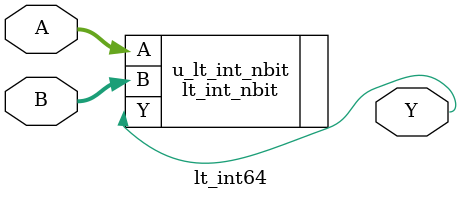
<source format=v>

module lt_int64 #(
    parameter WIDTH = 64,
    parameter IMPL_TYPE = 0
)(
    input [WIDTH-1:0] A,
    input [WIDTH-1:0] B,
    output Y
);

    lt_int_nbit #(
        .WIDTH(WIDTH),
        .IMPL_TYPE(IMPL_TYPE)
    ) u_lt_int_nbit (
        .A(A),
        .B(B),
        .Y(Y)
    );

endmodule

</source>
